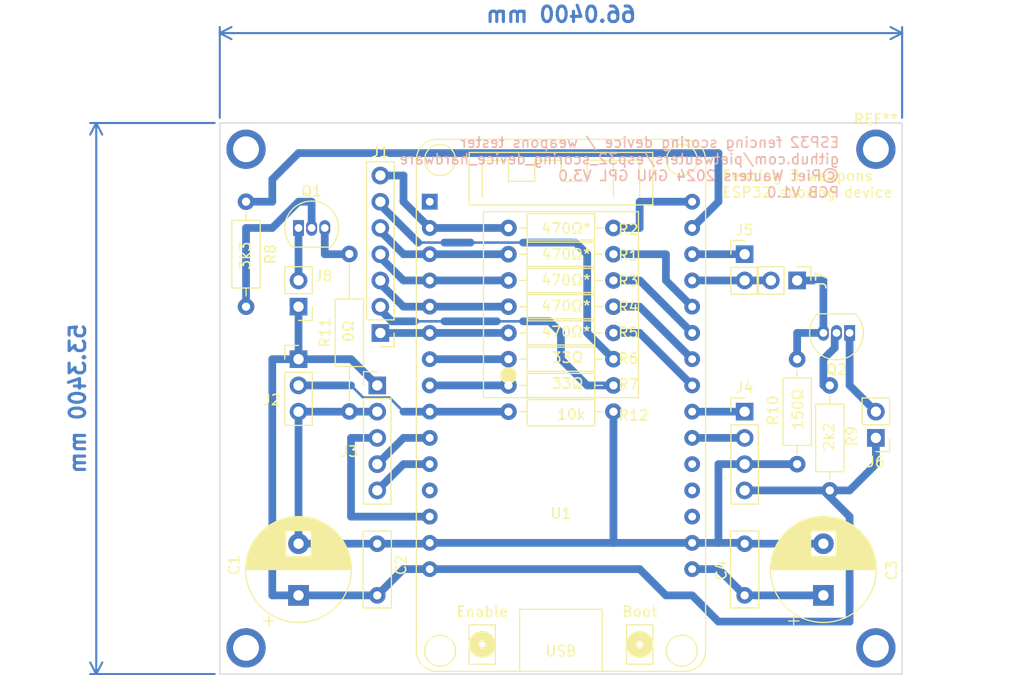
<source format=kicad_pcb>
(kicad_pcb (version 20240108) (generator "pcbnew") (generator_version "8.0")
  (layers (0 "F.Cu" signal) (31 "B.Cu" signal) (34 "B.Paste" user) (35 "F.Paste" user) (36 "B.SilkS" user "B.Silkscreen") (37 "F.SilkS" user "F.Silkscreen") (38 "B.Mask" user) (39 "F.Mask" user) (44 "Edge.Cuts" user))
  (net 0 "")
  (net 2 "Net-(R2-Pad1)")
  (net 3 "Net-(R3-Pad1)")
  (net 4 "+5V")
  (net 5 "+3.3V")
  (net 7 "Net-(J1-Pad1)")
  (net 8 "Net-(R4-Pad1)")
  (net 9 "Net-(J1-Pad2)")
  (net 10 "Net-(J1-Pad3)")
  (net 11 "Net-(J1-Pad4)")
  (net 12 "Net-(J3-Pad4)")
  (net 13 "Net-(J2-Pad2)")
  (net 14 "Net-(J1-Pad5)")
  (net 15 "Net-(J1-Pad6)")
  (net 16 "Net-(J1-Pad7)")
  (net 17 "Net-(J4-Pad1)")
  (net 18 "Net-(J4-Pad2)")
  (net 19 "Net-(J3-Pad3)")
  (net 20 "GND")
  (net 21 "Net-(J3-Pad5)")
  (net 22 "Net-(R1-Pad1)")
  (net 23 "Net-(J5-Pad1)")
  (net 24 "Net-(J6-Pad2)")
  (net 25 "Net-(Q2-Pad2)")
  (net 27 "Net-(J5-Pad2)")
  (net 28 "Net-(R6-Pad1)")
  (net 29 "Net-(R7-Pad1)")
  (net 30 "Net-(J7-Pad1)")
  (net 31 "Net-(J8-Pad2)")
  (net 32 "Net-(Q1-Pad2)")
  (net 34 "Net-(R5-Pad1)")
  (net 35 "Net-(R8-Pad1)")
  (footprint "" (layer "F.Cu") (at 81.28 129.54)
    (property "Reference" "" (at 0 0 0) (layer "F.SilkS") (effects (font (size 1.27 1.27))))
    (property "Value" "" (at 0 0 0) (layer "F.SilkS") (effects (font (size 1.27 1.27))))
    (pad "1" thru_hole circle (at 0 0) (size 3.8 3.8) (drill 2.5) (layers "*.Cu" "*.Mask"))
  )
  (footprint "Connector_PinHeader_2.54mm:PinHeader_1x04_P2.54mm_Vertical" (layer "F.Cu") (at 129.54 106.68)
    (property "Reference" "J4" (at 0 -2.33 0) (layer "F.SilkS"))
    (property "Value" "Conn_01x04")
    (pad "1" thru_hole rect (at 0 0) (size 1.7 1.7) (drill 1) (layers "*.Cu" "*.Mask") (net 17 "Net-(J4-Pad1)"))
    (pad "2" thru_hole oval (at 0 2.54) (size 1.7 1.7) (drill 1) (layers "*.Cu" "*.Mask") (net 18 "Net-(J4-Pad2)"))
    (pad "3" thru_hole oval (at 0 5.08) (size 1.7 1.7) (drill 1) (layers "*.Cu" "*.Mask") (net 20 "GND"))
    (pad "4" thru_hole oval (at 0 7.62) (size 1.7 1.7) (drill 1) (layers "*.Cu" "*.Mask") (net 4 "+5V"))
  )
  (footprint "Capacitor_THT:C_Rect_L7.2mm_W2.5mm_P5.00mm_FKS2_FKP2_MKS2_MKP2" (layer "F.Cu") (at 129.54 124.46 90)
    (property "Reference" "C4" (at 2.42 -2.26 90) (layer "F.SilkS"))
    (property "Value" "100nF")
    (pad "1" thru_hole circle (at 0 0 90) (size 1.6 1.6) (drill 0.8) (layers "*.Cu" "*.Mask") (net 5 "+3.3V"))
    (pad "2" thru_hole circle (at 5 0 90) (size 1.6 1.6) (drill 0.8) (layers "*.Cu" "*.Mask") (net 20 "GND"))
  )
  (footprint "Connector_PinHeader_2.54mm:PinHeader_1x02_P2.54mm_Vertical" (layer "F.Cu") (at 134.62 93.98 -90)
    (property "Reference" "J7" (at 0 -2.33 90) (layer "F.SilkS"))
    (property "Value" "Conn_01x02")
    (pad "1" thru_hole rect (at 0 0 270) (size 1.7 1.7) (drill 1) (layers "*.Cu" "*.Mask") (net 30 "Net-(J7-Pad1)"))
    (pad "2" thru_hole oval (at 0 2.54 270) (size 1.7 1.7) (drill 1) (layers "*.Cu" "*.Mask") (net 27 "Net-(J5-Pad2)"))
  )
  (footprint "Connector_PinHeader_2.54mm:PinHeader_1x02_P2.54mm_Vertical" (layer "F.Cu") (at 142.24 109.22 180)
    (property "Reference" "J6" (at 0 -2.33 0) (layer "F.SilkS"))
    (property "Value" "Conn_01x02")
    (pad "1" thru_hole rect (at 0 0 180) (size 1.7 1.7) (drill 1) (layers "*.Cu" "*.Mask") (net 4 "+5V"))
    (pad "2" thru_hole oval (at 0 2.54 180) (size 1.7 1.7) (drill 1) (layers "*.Cu" "*.Mask") (net 24 "Net-(J6-Pad2)"))
  )
  (footprint "ESP32_DevKit_V1_DOIT:esp32_devkit_v1_doit" (layer "F.Cu") (at 111.76 86.36)
    (property "Reference" "U1" (at 0 30.18 0) (layer "F.SilkS"))
    (property "Value" "ESP32_DevKit_V1_DOIT")
    (fp_text user "USB" (at 0 43.49 0) (layer "F.SilkS"))
    (fp_text user "Boot" (at 7.62 39.68 0) (layer "F.SilkS"))
    (fp_text user "Enable" (at -7.62 39.68 0) (layer "F.SilkS"))
    (pad "1" thru_hole rect (at -12.7 0) (size 1.524 1.524) (drill 0.762) (layers "*.Cu" "*.Mask"))
    (pad "2" thru_hole circle (at -12.7 2.54) (size 1.524 1.524) (drill 0.762) (layers "*.Cu" "*.Mask") (net 16 "Net-(J1-Pad7)"))
    (pad "3" thru_hole circle (at -12.7 5.08) (size 1.524 1.524) (drill 0.762) (layers "*.Cu" "*.Mask") (net 14 "Net-(J1-Pad5)"))
    (pad "4" thru_hole circle (at -12.7 7.62) (size 1.524 1.524) (drill 0.762) (layers "*.Cu" "*.Mask") (net 11 "Net-(J1-Pad4)"))
    (pad "5" thru_hole circle (at -12.7 10.16) (size 1.524 1.524) (drill 0.762) (layers "*.Cu" "*.Mask") (net 10 "Net-(J1-Pad3)"))
    (pad "6" thru_hole circle (at -12.7 12.7) (size 1.524 1.524) (drill 0.762) (layers "*.Cu" "*.Mask") (net 7 "Net-(J1-Pad1)"))
    (pad "7" thru_hole circle (at -12.7 15.24) (size 1.524 1.524) (drill 0.762) (layers "*.Cu" "*.Mask") (net 28 "Net-(R6-Pad1)"))
    (pad "8" thru_hole circle (at -12.7 17.78) (size 1.524 1.524) (drill 0.762) (layers "*.Cu" "*.Mask") (net 29 "Net-(R7-Pad1)"))
    (pad "9" thru_hole circle (at -12.7 20.32) (size 1.524 1.524) (drill 0.762) (layers "*.Cu" "*.Mask") (net 13 "Net-(J2-Pad2)"))
    (pad "10" thru_hole circle (at -12.7 22.86) (size 1.524 1.524) (drill 0.762) (layers "*.Cu" "*.Mask") (net 12 "Net-(J3-Pad4)"))
    (pad "11" thru_hole circle (at -12.7 25.4) (size 1.524 1.524) (drill 0.762) (layers "*.Cu" "*.Mask") (net 21 "Net-(J3-Pad5)"))
    (pad "12" thru_hole circle (at -12.7 27.94) (size 1.524 1.524) (drill 0.762) (layers "*.Cu" "*.Mask"))
    (pad "13" thru_hole circle (at -12.7 30.48) (size 1.524 1.524) (drill 0.762) (layers "*.Cu" "*.Mask") (net 19 "Net-(J3-Pad3)"))
    (pad "14" thru_hole circle (at -12.7 33.02) (size 1.524 1.524) (drill 0.762) (layers "*.Cu" "*.Mask") (net 20 "GND"))
    (pad "15" thru_hole circle (at -12.7 35.56) (size 1.524 1.524) (drill 0.762) (layers "*.Cu" "*.Mask") (net 4 "+5V"))
    (pad "16" thru_hole circle (at 12.7 35.56) (size 1.524 1.524) (drill 0.762) (layers "*.Cu" "*.Mask") (net 5 "+3.3V"))
    (pad "17" thru_hole circle (at 12.7 33.02) (size 1.524 1.524) (drill 0.762) (layers "*.Cu" "*.Mask") (net 20 "GND"))
    (pad "18" thru_hole circle (at 12.7 30.48) (size 1.524 1.524) (drill 0.762) (layers "*.Cu" "*.Mask"))
    (pad "19" thru_hole circle (at 12.7 27.94) (size 1.524 1.524) (drill 0.762) (layers "*.Cu" "*.Mask"))
    (pad "20" thru_hole circle (at 12.7 25.4) (size 1.524 1.524) (drill 0.762) (layers "*.Cu" "*.Mask"))
    (pad "21" thru_hole circle (at 12.7 22.86) (size 1.524 1.524) (drill 0.762) (layers "*.Cu" "*.Mask") (net 18 "Net-(J4-Pad2)"))
    (pad "22" thru_hole circle (at 12.7 20.32) (size 1.524 1.524) (drill 0.762) (layers "*.Cu" "*.Mask") (net 17 "Net-(J4-Pad1)"))
    (pad "23" thru_hole circle (at 12.7 17.78) (size 1.524 1.524) (drill 0.762) (layers "*.Cu" "*.Mask") (net 34 "Net-(R5-Pad1)"))
    (pad "24" thru_hole circle (at 12.7 15.24) (size 1.524 1.524) (drill 0.762) (layers "*.Cu" "*.Mask") (net 8 "Net-(R4-Pad1)"))
    (pad "25" thru_hole circle (at 12.7 12.7) (size 1.524 1.524) (drill 0.762) (layers "*.Cu" "*.Mask") (net 3 "Net-(R3-Pad1)"))
    (pad "26" thru_hole circle (at 12.7 10.16) (size 1.524 1.524) (drill 0.762) (layers "*.Cu" "*.Mask") (net 22 "Net-(R1-Pad1)"))
    (pad "27" thru_hole circle (at 12.7 7.62) (size 1.524 1.524) (drill 0.762) (layers "*.Cu" "*.Mask") (net 27 "Net-(J5-Pad2)"))
    (pad "28" thru_hole circle (at 12.7 5.08) (size 1.524 1.524) (drill 0.762) (layers "*.Cu" "*.Mask") (net 23 "Net-(J5-Pad1)"))
    (pad "29" thru_hole circle (at 12.7 2.54) (size 1.524 1.524) (drill 0.762) (layers "*.Cu" "*.Mask") (net 35 "Net-(R8-Pad1)"))
    (pad "30" thru_hole circle (at 12.7 0) (size 1.524 1.524) (drill 0.762) (layers "*.Cu" "*.Mask") (net 2 "Net-(R2-Pad1)"))
  )
  (footprint "Resistor_THT:R_Axial_DIN0207_L6.3mm_D2.5mm_P10.16mm_Horizontal" (layer "F.Cu") (at 116.84 88.9 180)
    (property "Reference" "R2" (at -1.44 -0.14 0) (layer "F.SilkS"))
    (property "Value" "470R")
    (pad "1" thru_hole circle (at 0 0 180) (size 1.6 1.6) (drill 0.8) (layers "*.Cu" "*.Mask") (net 2 "Net-(R2-Pad1)"))
    (pad "2" thru_hole oval (at 10.16 0 180) (size 1.6 1.6) (drill 0.8) (layers "*.Cu" "*.Mask") (net 16 "Net-(J1-Pad7)"))
  )
  (footprint "Capacitor_THT:C_Rect_L7.2mm_W2.5mm_P5.00mm_FKS2_FKP2_MKS2_MKP2" (layer "F.Cu") (at 93.98 124.46 90)
    (property "Reference" "C2" (at 2.92 2.3 90) (layer "F.SilkS"))
    (property "Value" "100nF")
    (pad "1" thru_hole circle (at 0 0 90) (size 1.6 1.6) (drill 0.8) (layers "*.Cu" "*.Mask") (net 4 "+5V"))
    (pad "2" thru_hole circle (at 5 0 90) (size 1.6 1.6) (drill 0.8) (layers "*.Cu" "*.Mask") (net 20 "GND"))
  )
  (footprint "Capacitor_THT:CP_Radial_D10.0mm_P5.00mm" (layer "F.Cu") (at 86.36 124.46 90)
    (property "Reference" "C1" (at 2.92 -6.25 90) (layer "F.SilkS"))
    (property "Value" "470uF")
    (pad "1" thru_hole rect (at 0 0 90) (size 2 2) (drill 1) (layers "*.Cu" "*.Mask") (net 4 "+5V"))
    (pad "2" thru_hole circle (at 5 0 90) (size 2 2) (drill 1) (layers "*.Cu" "*.Mask") (net 20 "GND"))
  )
  (footprint "Resistor_THT:R_Axial_DIN0207_L6.3mm_D2.5mm_P10.16mm_Horizontal" (layer "F.Cu") (at 116.84 96.52 180)
    (property "Reference" "R4" (at -1.44 -0.02 0) (layer "F.SilkS"))
    (property "Value" "470R")
    (pad "1" thru_hole circle (at 0 0 180) (size 1.6 1.6) (drill 0.8) (layers "*.Cu" "*.Mask") (net 8 "Net-(R4-Pad1)"))
    (pad "2" thru_hole oval (at 10.16 0 180) (size 1.6 1.6) (drill 0.8) (layers "*.Cu" "*.Mask") (net 10 "Net-(J1-Pad3)"))
  )
  (footprint "Package_TO_SOT_THT:TO-92_Inline" (layer "F.Cu") (at 86.36 88.9)
    (property "Reference" "Q1" (at 1.27 -3.56 0) (layer "F.SilkS"))
    (property "Value" "BC337")
    (pad "1" thru_hole rect (at 0 0) (size 1.05 1.5) (drill 0.75) (layers "*.Cu" "*.Mask") (net 31 "Net-(J8-Pad2)"))
    (pad "2" thru_hole oval (at 1.27 0) (size 1.05 1.5) (drill 0.75) (layers "*.Cu" "*.Mask") (net 32 "Net-(Q1-Pad2)"))
    (pad "3" thru_hole oval (at 2.54 0) (size 1.05 1.5) (drill 0.75) (layers "*.Cu" "*.Mask") (net 20 "GND"))
  )
  (footprint "" (layer "F.Cu") (at 81.28 81.28)
    (property "Reference" "" (at 0 0 0) (layer "F.SilkS") (effects (font (size 1.27 1.27))))
    (property "Value" "" (at 0 0 0) (layer "F.SilkS") (effects (font (size 1.27 1.27))))
    (pad "1" thru_hole circle (at 0 0) (size 3.8 3.8) (drill 2.5) (layers "*.Cu" "*.Mask"))
  )
  (footprint "Connector_PinHeader_2.54mm:PinHeader_1x07_P2.54mm_Vertical" (layer "F.Cu") (at 94.28 99.065 180)
    (property "Reference" "J1" (at 0 17.525 0) (layer "F.SilkS"))
    (property "Value" "Conn_01x07")
    (pad "1" thru_hole rect (at 0 0 180) (size 1.7 1.7) (drill 1) (layers "*.Cu" "*.Mask") (net 7 "Net-(J1-Pad1)"))
    (pad "2" thru_hole oval (at 0 2.54 180) (size 1.7 1.7) (drill 1) (layers "*.Cu" "*.Mask") (net 9 "Net-(J1-Pad2)"))
    (pad "3" thru_hole oval (at 0 5.08 180) (size 1.7 1.7) (drill 1) (layers "*.Cu" "*.Mask") (net 10 "Net-(J1-Pad3)"))
    (pad "4" thru_hole oval (at 0 7.62 180) (size 1.7 1.7) (drill 1) (layers "*.Cu" "*.Mask") (net 11 "Net-(J1-Pad4)"))
    (pad "5" thru_hole oval (at 0 10.16 180) (size 1.7 1.7) (drill 1) (layers "*.Cu" "*.Mask") (net 14 "Net-(J1-Pad5)"))
    (pad "6" thru_hole oval (at 0 12.7 180) (size 1.7 1.7) (drill 1) (layers "*.Cu" "*.Mask") (net 15 "Net-(J1-Pad6)"))
    (pad "7" thru_hole oval (at 0 15.24 180) (size 1.7 1.7) (drill 1) (layers "*.Cu" "*.Mask") (net 16 "Net-(J1-Pad7)"))
  )
  (footprint "Connector_PinHeader_2.54mm:PinHeader_1x05_P2.54mm_Vertical" (layer "F.Cu") (at 93.98 104.14)
    (property "Reference" "J3" (at -2.7 6.4 0) (layer "F.SilkS"))
    (property "Value" "Conn_01x05")
    (pad "1" thru_hole rect (at 0 0) (size 1.7 1.7) (drill 1) (layers "*.Cu" "*.Mask") (net 4 "+5V"))
    (pad "2" thru_hole oval (at 0 2.54) (size 1.7 1.7) (drill 1) (layers "*.Cu" "*.Mask") (net 20 "GND"))
    (pad "3" thru_hole oval (at 0 5.08) (size 1.7 1.7) (drill 1) (layers "*.Cu" "*.Mask") (net 19 "Net-(J3-Pad3)"))
    (pad "4" thru_hole oval (at 0 7.62) (size 1.7 1.7) (drill 1) (layers "*.Cu" "*.Mask") (net 12 "Net-(J3-Pad4)"))
    (pad "5" thru_hole oval (at 0 10.16) (size 1.7 1.7) (drill 1) (layers "*.Cu" "*.Mask") (net 21 "Net-(J3-Pad5)"))
  )
  (footprint "Resistor_THT:R_Axial_DIN0207_L6.3mm_D2.5mm_P10.16mm_Horizontal" (layer "F.Cu") (at 116.84 93.98 180)
    (property "Reference" "R3" (at -1.44 -0.06 0) (layer "F.SilkS"))
    (property "Value" "470R")
    (pad "1" thru_hole circle (at 0 0 180) (size 1.6 1.6) (drill 0.8) (layers "*.Cu" "*.Mask") (net 3 "Net-(R3-Pad1)"))
    (pad "2" thru_hole oval (at 10.16 0 180) (size 1.6 1.6) (drill 0.8) (layers "*.Cu" "*.Mask") (net 11 "Net-(J1-Pad4)"))
  )
  (footprint "MountingHole:MountingHole_2.2mm_M2_DIN965_Pad" (layer "F.Cu") (at 142.24 81.28)
    (property "Reference" "REF**" (at 0 -2.9 0) (layer "F.SilkS"))
    (property "Value" "MountingHole_2.2mm_M2_DIN965_Pad")
    (pad "1" thru_hole circle (at 0 0) (size 3.8 3.8) (drill 2.5) (layers "*.Cu" "*.Mask"))
  )
  (footprint "Package_TO_SOT_THT:TO-92_Inline" (layer "F.Cu") (at 139.7 99.06 180)
    (property "Reference" "Q2" (at 1.27 -3.56 0) (layer "F.SilkS"))
    (property "Value" "BC337")
    (pad "1" thru_hole rect (at 0 0 180) (size 1.05 1.5) (drill 0.75) (layers "*.Cu" "*.Mask") (net 24 "Net-(J6-Pad2)"))
    (pad "2" thru_hole oval (at 1.27 0 180) (size 1.05 1.5) (drill 0.75) (layers "*.Cu" "*.Mask") (net 25 "Net-(Q2-Pad2)"))
    (pad "3" thru_hole oval (at 2.54 0 180) (size 1.05 1.5) (drill 0.75) (layers "*.Cu" "*.Mask") (net 30 "Net-(J7-Pad1)"))
  )
  (footprint "Resistor_THT:R_Axial_DIN0207_L6.3mm_D2.5mm_P10.16mm_Horizontal" (layer "F.Cu") (at 134.62 101.6 -90)
    (property "Reference" "R10" (at 4.94 2.34 90) (layer "F.SilkS"))
    (property "Value" "150")
    (pad "1" thru_hole circle (at 0 0 270) (size 1.6 1.6) (drill 0.8) (layers "*.Cu" "*.Mask") (net 30 "Net-(J7-Pad1)"))
    (pad "2" thru_hole oval (at 10.16 0 270) (size 1.6 1.6) (drill 0.8) (layers "*.Cu" "*.Mask") (net 20 "GND"))
  )
  (footprint "Connector_PinHeader_2.54mm:PinHeader_1x03_P2.54mm_Vertical" (layer "F.Cu") (at 86.36 101.6)
    (property "Reference" "J2" (at -2.58 3.94 0) (layer "F.SilkS"))
    (property "Value" "Conn_01x03")
    (pad "1" thru_hole rect (at 0 0) (size 1.7 1.7) (drill 1) (layers "*.Cu" "*.Mask") (net 4 "+5V"))
    (pad "2" thru_hole oval (at 0 2.54) (size 1.7 1.7) (drill 1) (layers "*.Cu" "*.Mask") (net 13 "Net-(J2-Pad2)"))
    (pad "3" thru_hole oval (at 0 5.08) (size 1.7 1.7) (drill 1) (layers "*.Cu" "*.Mask") (net 20 "GND"))
  )
  (footprint "Connector_PinHeader_2.54mm:PinHeader_1x02_P2.54mm_Vertical" (layer "F.Cu") (at 86.36 96.52 180)
    (property "Reference" "J8" (at -2.42 2.98 0) (layer "F.SilkS"))
    (property "Value" "Conn_01x02")
    (pad "1" thru_hole rect (at 0 0 180) (size 1.7 1.7) (drill 1) (layers "*.Cu" "*.Mask") (net 4 "+5V"))
    (pad "2" thru_hole oval (at 0 2.54 180) (size 1.7 1.7) (drill 1) (layers "*.Cu" "*.Mask") (net 31 "Net-(J8-Pad2)"))
  )
  (footprint "Resistor_THT:R_Axial_DIN0207_L6.3mm_D2.5mm_P10.16mm_Horizontal" (layer "F.Cu") (at 116.84 91.44 180)
    (property "Reference" "R1" (at -1.44 -0.1 0) (layer "F.SilkS"))
    (property "Value" "470R")
    (pad "1" thru_hole circle (at 0 0 180) (size 1.6 1.6) (drill 0.8) (layers "*.Cu" "*.Mask") (net 22 "Net-(R1-Pad1)"))
    (pad "2" thru_hole oval (at 10.16 0 180) (size 1.6 1.6) (drill 0.8) (layers "*.Cu" "*.Mask") (net 14 "Net-(J1-Pad5)"))
  )
  (footprint "Connector_PinHeader_2.54mm:PinHeader_1x02_P2.54mm_Vertical" (layer "F.Cu") (at 129.54 91.44)
    (property "Reference" "J5" (at 0 -2.33 0) (layer "F.SilkS"))
    (property "Value" "Conn_01x02")
    (pad "1" thru_hole rect (at 0 0) (size 1.7 1.7) (drill 1) (layers "*.Cu" "*.Mask") (net 23 "Net-(J5-Pad1)"))
    (pad "2" thru_hole oval (at 0 2.54) (size 1.7 1.7) (drill 1) (layers "*.Cu" "*.Mask") (net 27 "Net-(J5-Pad2)"))
  )
  (footprint "Resistor_THT:R_Axial_DIN0207_L6.3mm_D2.5mm_P10.16mm_Horizontal" (layer "F.Cu") (at 116.84 99.06 180)
    (property "Reference" "R5" (at -1.44 0.02 0) (layer "F.SilkS"))
    (property "Value" "470R")
    (pad "1" thru_hole circle (at 0 0 180) (size 1.6 1.6) (drill 0.8) (layers "*.Cu" "*.Mask") (net 34 "Net-(R5-Pad1)"))
    (pad "2" thru_hole oval (at 10.16 0 180) (size 1.6 1.6) (drill 0.8) (layers "*.Cu" "*.Mask") (net 7 "Net-(J1-Pad1)"))
  )
  (footprint "Resistor_THT:R_Axial_DIN0207_L6.3mm_D2.5mm_P15.24mm_Horizontal" (layer "F.Cu") (at 91.28 106.66 90)
    (property "Reference" "R11" (at 7.62 -2.37 90) (layer "F.SilkS"))
    (property "Value" "0")
    (pad "1" thru_hole circle (at 0 0 90) (size 1.6 1.6) (drill 0.8) (layers "*.Cu" "*.Mask") (net 20 "GND"))
    (pad "2" thru_hole oval (at 15.24 0 90) (size 1.6 1.6) (drill 0.8) (layers "*.Cu" "*.Mask") (net 20 "GND"))
  )
  (footprint "Resistor_THT:R_Axial_DIN0207_L6.3mm_D2.5mm_P10.16mm_Horizontal" (layer "F.Cu") (at 116.84 106.68 180)
    (property "Reference" "R12" (at -1.94 -0.36 0) (layer "F.SilkS"))
    (property "Value" "10k")
    (pad "1" thru_hole circle (at 0 0 180) (size 1.6 1.6) (drill 0.8) (layers "*.Cu" "*.Mask") (net 20 "GND"))
    (pad "2" thru_hole oval (at 10.16 0 180) (size 1.6 1.6) (drill 0.8) (layers "*.Cu" "*.Mask") (net 13 "Net-(J2-Pad2)"))
  )
  (footprint "Resistor_THT:R_Axial_DIN0207_L6.3mm_D2.5mm_P10.16mm_Horizontal" (layer "F.Cu") (at 106.68 104.14)
    (property "Reference" "R7" (at 11.6 -0.1 0) (layer "F.SilkS"))
    (property "Value" "33R")
    (pad "1" thru_hole circle (at 0 0) (size 1.6 1.6) (drill 0.8) (layers "*.Cu" "*.Mask") (net 29 "Net-(R7-Pad1)"))
    (pad "2" thru_hole oval (at 10.16 0) (size 1.6 1.6) (drill 0.8) (layers "*.Cu" "*.Mask") (net 9 "Net-(J1-Pad2)"))
  )
  (footprint "Resistor_THT:R_Axial_DIN0207_L6.3mm_D2.5mm_P10.16mm_Horizontal" (layer "F.Cu") (at 137.78 114.3 90)
    (property "Reference" "R9" (at 5.26 2.12 90) (layer "F.SilkS"))
    (property "Value" "2k2")
    (pad "1" thru_hole circle (at 0 0 90) (size 1.6 1.6) (drill 0.8) (layers "*.Cu" "*.Mask") (net 4 "+5V"))
    (pad "2" thru_hole oval (at 10.16 0 90) (size 1.6 1.6) (drill 0.8) (layers "*.Cu" "*.Mask") (net 25 "Net-(Q2-Pad2)"))
  )
  (footprint "Resistor_THT:R_Axial_DIN0207_L6.3mm_D2.5mm_P10.16mm_Horizontal" (layer "F.Cu") (at 81.28 86.36 -90)
    (property "Reference" "R8" (at 5.08 -2.37 90) (layer "F.SilkS"))
    (property "Value" "3K3")
    (pad "1" thru_hole circle (at 0 0 270) (size 1.6 1.6) (drill 0.8) (layers "*.Cu" "*.Mask") (net 35 "Net-(R8-Pad1)"))
    (pad "2" thru_hole oval (at 10.16 0 270) (size 1.6 1.6) (drill 0.8) (layers "*.Cu" "*.Mask") (net 32 "Net-(Q1-Pad2)"))
  )
  (footprint "Capacitor_THT:CP_Radial_D10.0mm_P5.00mm" (layer "F.Cu") (at 137.16 124.46 90)
    (property "Reference" "C3" (at 2.42 6.62 90) (layer "F.SilkS"))
    (property "Value" "470uF")
    (pad "1" thru_hole rect (at 0 0 90) (size 2 2) (drill 1) (layers "*.Cu" "*.Mask") (net 5 "+3.3V"))
    (pad "2" thru_hole circle (at 5 0 90) (size 2 2) (drill 1) (layers "*.Cu" "*.Mask") (net 20 "GND"))
  )
  (footprint "" (layer "F.Cu") (at 142.24 129.54)
    (property "Reference" "" (at 0 0 0) (layer "F.SilkS") (effects (font (size 1.27 1.27))))
    (property "Value" "" (at 0 0 0) (layer "F.SilkS") (effects (font (size 1.27 1.27))))
    (pad "1" thru_hole circle (at 0 0) (size 3.8 3.8) (drill 2.5) (layers "*.Cu" "*.Mask"))
  )
  (footprint "Resistor_THT:R_Axial_DIN0207_L6.3mm_D2.5mm_P10.16mm_Horizontal" (layer "F.Cu") (at 106.68 101.6)
    (property "Reference" "R6" (at 11.6 -0.06 0) (layer "F.SilkS"))
    (property "Value" "33R")
    (pad "1" thru_hole circle (at 0 0) (size 1.6 1.6) (drill 0.8) (layers "*.Cu" "*.Mask") (net 28 "Net-(R6-Pad1)"))
    (pad "2" thru_hole oval (at 10.16 0) (size 1.6 1.6) (drill 0.8) (layers "*.Cu" "*.Mask") (net 15 "Net-(J1-Pad6)"))
  )
  (gr_poly (pts (xy 144.78 132.08) (xy 78.74 132.08) (xy 78.74 78.74) (xy 144.78 78.74)) (stroke (width 0.1)) (fill none) (layer "Edge.Cuts"))
  (gr_text "ESP32 fencing scoring device / weapons tester\ngithub.com/pietwauters/esp32_scoring_device_hardware\n©Piet Wauters 2024 GNU GPL V3.0\nPCB V1.0" (at 138.78 86.04 -0) (layer "B.SilkS") (effects (font (size 1 1)) (justify left bottom mirror)))
  (gr_text "33Ω" (at 110.78 102.04 0) (layer "F.SilkS") (effects (font (size 1 1)) (justify left bottom)))
  (gr_text "33Ω" (at 110.78 104.54 0) (layer "F.SilkS") (effects (font (size 1 1)) (justify left bottom)))
  (gr_text "470Ω*" (at 109.78 92.04 0) (layer "F.SilkS") (effects (font (size 1 1)) (justify left bottom)))
  (gr_text "3k3" (at 81.78 93.04 90) (layer "F.SilkS") (effects (font (size 1 1)) (justify left bottom)))
  (gr_text "0Ω" (at 91.78 100.04 90) (layer "F.SilkS") (effects (font (size 1 1)) (justify left bottom)))
  (gr_text "Fencing 3 weapons\nESP32 scoring device\n" (at 127.28 86.04 0) (layer "F.SilkS") (effects (font (size 1 1)) (justify left bottom)))
  (gr_text "470Ω*" (at 109.78 94.54 0) (layer "F.SilkS") (effects (font (size 1 1)) (justify left bottom)))
  (gr_text "470Ω*" (at 109.78 89.54 0) (layer "F.SilkS") (effects (font (size 1 1)) (justify left bottom)))
  (gr_text "10k" (at 111.28 107.54 0) (layer "F.SilkS") (effects (font (size 1 1)) (justify left bottom)))
  (gr_text "470Ω*" (at 109.78 97.04 0) (layer "F.SilkS") (effects (font (size 1 1)) (justify left bottom)))
  (gr_text "150Ω" (at 135.28 108.54 90) (layer "F.SilkS") (effects (font (size 1 1)) (justify left bottom)))
  (gr_text "470Ω*" (at 109.78 99.54 0) (layer "F.SilkS") (effects (font (size 1 1)) (justify left bottom)))
  (gr_text "2k2" (at 138.28 110.54 90) (layer "F.SilkS") (effects (font (size 1 1)) (justify left bottom)))
  (dimension (type aligned) (layer "B.Cu") (pts (xy 78.74 78.74) (xy 78.74 132.08)) (height 11.96) (gr_text "53,3400 mm" (at 64.98 105.41 90) (layer "B.Cu") (effects (font (size 1.5 1.5) (thickness 0.3)) (justify mirror))) (format (prefix "") (suffix "") (units 3) (units_format 1) (precision 4)) (style (thickness 0.2) (arrow_length 1.27) (text_position_mode 0) (extension_height 0.58642) (extension_offset 0.5) keep_text_aligned))
  (dimension (type aligned) (layer "B.Cu") (pts (xy 144.78 78.74) (xy 78.74 78.74)) (height 8.7) (gr_text "66,0400 mm" (at 111.76 68.24 0) (layer "B.Cu") (effects (font (size 1.5 1.5) (thickness 0.3)) (justify mirror))) (format (prefix "") (suffix "") (units 3) (units_format 1) (precision 4)) (style (thickness 0.2) (arrow_length 1.27) (text_position_mode 0) (extension_height 0.58642) (extension_offset 0.5) keep_text_aligned))
  (segment (start 116.84 88.9) (end 119.38 88.9) (width 0.75) (layer "B.Cu") (net 2))
  (segment (start 119.38 86.36) (end 124.46 86.36) (width 0.75) (layer "B.Cu") (net 2))
  (segment (start 119.38 88.9) (end 119.38 86.36) (width 0.75) (layer "B.Cu") (net 2))
  (segment (start 116.84 93.98) (end 119.38 93.98) (width 0.75) (layer "B.Cu") (net 3))
  (segment (start 119.38 93.98) (end 124.46 99.06) (width 0.75) (layer "B.Cu") (net 3))
  (segment (start 83.82 101.6) (end 86.36 101.6) (width 0.75) (layer "B.Cu") (net 4))
  (segment (start 142.24 109.22) (end 142.24 111.76) (width 0.75) (layer "B.Cu") (net 4))
  (segment (start 91.44 101.6) (end 86.36 101.6) (width 0.75) (layer "B.Cu") (net 4))
  (segment (start 137.16 114.3) (end 129.54 114.3) (width 0.75) (layer "B.Cu") (net 4))
  (segment (start 86.36 124.46) (end 83.82 124.46) (width 0.75) (layer "B.Cu") (net 4))
  (segment (start 121.92 124.46) (end 124.46 124.46) (width 0.75) (layer "B.Cu") (net 4))
  (segment (start 86.36 124.46) (end 93.98 124.46) (width 0.75) (layer "B.Cu") (net 4))
  (segment (start 124.46 124.46) (end 127 127) (width 0.75) (layer "B.Cu") (net 4))
  (segment (start 86.36 101.6) (end 86.36 96.52) (width 0.75) (layer "B.Cu") (net 4))
  (segment (start 139.7 114.3) (end 137.16 114.3) (width 0.75) (layer "B.Cu") (net 4))
  (segment (start 119.38 121.92) (end 121.92 124.46) (width 0.75) (layer "B.Cu") (net 4))
  (segment (start 139.7 127) (end 139.7 116.84) (width 0.75) (layer "B.Cu") (net 4))
  (segment (start 99.06 121.92) (end 119.38 121.92) (width 0.75) (layer "B.Cu") (net 4))
  (segment (start 127 127) (end 139.7 127) (width 0.75) (layer "B.Cu") (net 4))
  (segment (start 93.98 104.14) (end 91.44 101.6) (width 0.75) (layer "B.Cu") (net 4))
  (segment (start 142.24 111.76) (end 139.7 114.3) (width 0.75) (layer "B.Cu") (net 4))
  (segment (start 93.98 124.46) (end 96.52 121.92) (width 0.75) (layer "B.Cu") (net 4))
  (segment (start 83.82 124.46) (end 83.82 101.6) (width 0.75) (layer "B.Cu") (net 4))
  (segment (start 139.7 116.84) (end 137.16 114.3) (width 0.75) (layer "B.Cu") (net 4))
  (segment (start 96.52 121.92) (end 99.06 121.92) (width 0.75) (layer "B.Cu") (net 4))
  (segment (start 129.54 124.46) (end 137.16 124.46) (width 0.75) (layer "B.Cu") (net 5))
  (segment (start 124.46 121.92) (end 127 121.92) (width 0.75) (layer "B.Cu") (net 5))
  (segment (start 127 121.92) (end 129.54 124.46) (width 0.75) (layer "B.Cu") (net 5))
  (segment (start 99.06 99.06) (end 106.68 99.06) (width 0.75) (layer "B.Cu") (net 7))
  (segment (start 93.98 99.065) (end 99.055 99.065) (width 0.75) (layer "B.Cu") (net 7))
  (segment (start 99.055 99.065) (end 99.06 99.06) (width 0.75) (layer "B.Cu") (net 7))
  (segment (start 119.38 96.52) (end 124.46 101.6) (width 0.75) (layer "B.Cu") (net 8))
  (segment (start 116.84 96.52) (end 119.38 96.52) (width 0.75) (layer "B.Cu") (net 8))
  (segment (start 105.555 97.935) (end 100.475 97.935) (width 0.75) (layer "B.Cu") (net 9))
  (segment (start 105.555 97.935) (end 108.095 97.935) (width 0.25) (layer "B.Cu") (net 9))
  (segment (start 111.76 99.06) (end 110.635 97.935) (width 0.75) (layer "B.Cu") (net 9))
  (segment (start 108.095 97.935) (end 110.635 97.935) (width 0.75) (layer "B.Cu") (net 9))
  (segment (start 114.3 104.14) (end 111.76 101.6) (width 0.75) (layer "B.Cu") (net 9))
  (segment (start 95.39 97.935) (end 93.98 96.525) (width 0.75) (layer "B.Cu") (net 9))
  (segment (start 97.645 97.935) (end 100.475 97.935) (width 0.25) (layer "B.Cu") (net 9))
  (segment (start 97.645 97.935) (end 95.39 97.935) (width 0.75) (layer "B.Cu") (net 9))
  (segment (start 116.84 104.14) (end 114.3 104.14) (width 0.75) (layer "B.Cu") (net 9))
  (segment (start 111.76 99.06) (end 111.76 101.6) (width 0.75) (layer "B.Cu") (net 9))
  (segment (start 99.06 96.52) (end 106.68 96.52) (width 0.75) (layer "B.Cu") (net 10))
  (segment (start 93.98 93.985) (end 96.515 96.52) (width 0.75) (layer "B.Cu") (net 10))
  (segment (start 96.515 96.52) (end 99.06 96.52) (width 0.75) (layer "B.Cu") (net 10))
  (segment (start 96.52 93.98) (end 96.515 93.98) (width 0.25) (layer "B.Cu") (net 11))
  (segment (start 99.06 93.98) (end 106.68 93.98) (width 0.75) (layer "B.Cu") (net 11))
  (segment (start 96.52 93.98) (end 99.06 93.98) (width 0.75) (layer "B.Cu") (net 11))
  (segment (start 93.98 91.445) (end 96.515 93.98) (width 0.75) (layer "B.Cu") (net 11))
  (segment (start 99.06 109.22) (end 96.52 109.22) (width 0.75) (layer "B.Cu") (net 12))
  (segment (start 96.52 109.22) (end 93.98 111.76) (width 0.75) (layer "B.Cu") (net 12))
  (segment (start 99.06 106.68) (end 106.68 106.68) (width 0.75) (layer "B.Cu") (net 13))
  (segment (start 99.06 106.68) (end 96.52 106.68) (width 0.75) (layer "B.Cu") (net 13))
  (segment (start 92.615 105.315) (end 95.155 105.315) (width 0.25) (layer "B.Cu") (net 13))
  (segment (start 95.155 105.315) (end 96.52 106.68) (width 0.25) (layer "B.Cu") (net 13))
  (segment (start 91.44 104.14) (end 92.615 105.315) (width 0.25) (layer "B.Cu") (net 13))
  (segment (start 86.36 104.14) (end 91.44 104.14) (width 0.75) (layer "B.Cu") (net 13))
  (segment (start 96.52 91.44) (end 99.06 91.44) (width 0.75) (layer "B.Cu") (net 14))
  (segment (start 93.98 88.9) (end 93.98 88.905) (width 0.75) (layer "B.Cu") (net 14))
  (segment (start 96.52 91.44) (end 93.98 88.9) (width 0.75) (layer "B.Cu") (net 14))
  (segment (start 96.515 91.44) (end 96.52 91.44) (width 0.75) (layer "B.Cu") (net 14))
  (segment (start 99.06 91.44) (end 106.68 91.44) (width 0.75) (layer "B.Cu") (net 14))
  (segment (start 99.06 91.44) (end 96.515 91.44) (width 0.25) (layer "B.Cu") (net 14))
  (segment (start 116.84 101.6) (end 114.3 99.06) (width 0.75) (layer "B.Cu") (net 15))
  (segment (start 103.015 90.315) (end 108.095 90.315) (width 0.25) (layer "B.Cu") (net 15))
  (segment (start 97.93 90.315) (end 97.935 90.315) (width 0.75) (layer "B.Cu") (net 15))
  (segment (start 100.475 90.315) (end 103.015 90.315) (width 0.75) (layer "B.Cu") (net 15))
  (segment (start 93.98 86.365) (end 97.93 90.315) (width 0.75) (layer "B.Cu") (net 15))
  (segment (start 108.095 90.315) (end 112.885 90.315) (width 0.75) (layer "B.Cu") (net 15))
  (segment (start 114.3 99.06) (end 114.3 91.44) (width 0.75) (layer "B.Cu") (net 15))
  (segment (start 97.935 90.315) (end 100.475 90.315) (width 0.25) (layer "B.Cu") (net 15))
  (segment (start 112.885 90.315) (end 113.175 90.315) (width 0.25) (layer "B.Cu") (net 15))
  (segment (start 114.3 91.44) (end 113.175 90.315) (width 0.75) (layer "B.Cu") (net 15))
  (segment (start 99.06 88.9) (end 106.68 88.9) (width 0.75) (layer "B.Cu") (net 16))
  (segment (start 96.52 83.82) (end 93.98 83.82) (width 0.25) (layer "B.Cu") (net 16))
  (segment (start 96.515 83.825) (end 96.52 83.82) (width 0.75) (layer "B.Cu") (net 16))
  (segment (start 93.98 83.82) (end 93.98 83.825) (width 0.25) (layer "B.Cu") (net 16))
  (segment (start 96.52 86.36) (end 99.06 88.9) (width 0.75) (layer "B.Cu") (net 16))
  (segment (start 96.52 83.82) (end 96.52 86.36) (width 0.75) (layer "B.Cu") (net 16))
  (segment (start 93.98 83.825) (end 96.515 83.825) (width 0.75) (layer "B.Cu") (net 16))
  (segment (start 124.46 106.68) (end 129.54 106.68) (width 0.75) (layer "B.Cu") (net 17))
  (segment (start 124.46 109.22) (end 129.54 109.22) (width 0.75) (layer "B.Cu") (net 18))
  (segment (start 91.44 116.84) (end 99.06 116.84) (width 0.75) (layer "B.Cu") (net 19))
  (segment (start 93.98 109.22) (end 91.44 109.22) (width 0.75) (layer "B.Cu") (net 19))
  (segment (start 91.44 109.22) (end 91.44 116.84) (width 0.75) (layer "B.Cu") (net 19))
  (segment (start 129.46 119.38) (end 129.54 119.46) (width 0.75) (layer "B.Cu") (net 20))
  (segment (start 116.84 119.38) (end 124.46 119.38) (width 0.75) (layer "B.Cu") (net 20))
  (segment (start 129.54 119.46) (end 137.16 119.46) (width 0.75) (layer "B.Cu") (net 20))
  (segment (start 91.44 106.68) (end 88.9 106.68) (width 0.25) (layer "B.Cu") (net 20))
  (segment (start 88.9 106.68) (end 93.98 106.68) (width 0.75) (layer "B.Cu") (net 20))
  (segment (start 86.36 106.68) (end 88.9 106.68) (width 0.75) (layer "B.Cu") (net 20))
  (segment (start 129.54 111.76) (end 134.62 111.76) (width 0.75) (layer "B.Cu") (net 20))
  (segment (start 124.46 119.38) (end 127 119.38) (width 0.75) (layer "B.Cu") (net 20))
  (segment (start 86.36 119.46) (end 93.98 119.46) (width 0.75) (layer "B.Cu") (net 20))
  (segment (start 88.9 88.9) (end 88.9 91.44) (width 0.75) (layer "B.Cu") (net 20))
  (segment (start 99.06 119.38) (end 116.84 119.38) (width 0.75) (layer "B.Cu") (net 20))
  (segment (start 86.36 119.46) (end 86.36 106.68) (width 0.75) (layer "B.Cu") (net 20))
  (segment (start 98.98 119.46) (end 99.06 119.38) (width 0.75) (layer "B.Cu") (net 20))
  (segment (start 88.9 91.44) (end 91.44 91.44) (width 0.75) (layer "B.Cu") (net 20))
  (segment (start 127 119.38) (end 129.46 119.38) (width 0.75) (layer "B.Cu") (net 20))
  (segment (start 116.84 119.38) (end 116.84 106.68) (width 0.75) (layer "B.Cu") (net 20))
  (segment (start 93.98 119.46) (end 98.98 119.46) (width 0.75) (layer "B.Cu") (net 20))
  (segment (start 127 111.76) (end 127 119.38) (width 0.75) (layer "B.Cu") (net 20))
  (segment (start 129.54 111.76) (end 127 111.76) (width 0.75) (layer "B.Cu") (net 20))
  (segment (start 93.98 114.3) (end 96.52 111.76) (width 0.75) (layer "B.Cu") (net 21))
  (segment (start 99.06 111.76) (end 96.52 111.76) (width 0.75) (layer "B.Cu") (net 21))
  (segment (start 121.92 93.98) (end 121.92 91.44) (width 0.75) (layer "B.Cu") (net 22))
  (segment (start 121.92 93.98) (end 124.46 96.52) (width 0.75) (layer "B.Cu") (net 22))
  (segment (start 116.84 91.44) (end 121.92 91.44) (width 0.75) (layer "B.Cu") (net 22))
  (segment (start 124.46 91.44) (end 129.54 91.44) (width 0.75) (layer "B.Cu") (net 23))
  (segment (start 139.7 99.06) (end 139.7 104.14) (width 0.75) (layer "B.Cu") (net 24))
  (segment (start 139.7 104.14) (end 142.24 106.68) (width 0.75) (layer "B.Cu") (net 24))
  (segment (start 137.16 104.14) (end 137.16 101.6) (width 0.75) (layer "B.Cu") (net 25))
  (segment (start 137.16 101.6) (end 138.26 100.5) (width 0.75) (layer "B.Cu") (net 25))
  (segment (start 138.26 100.5) (end 138.26 99.06) (width 0.75) (layer "B.Cu") (net 25))
  (segment (start 124.46 93.98) (end 129.54 93.98) (width 0.75) (layer "B.Cu") (net 27))
  (segment (start 129.54 93.98) (end 132.08 93.98) (width 0.75) (layer "B.Cu") (net 27))
  (segment (start 99.06 101.6) (end 106.68 101.6) (width 0.75) (layer "B.Cu") (net 28))
  (segment (start 99.06 104.14) (end 106.68 104.14) (width 0.75) (layer "B.Cu") (net 29))
  (segment (start 137.16 93.98) (end 137.16 99.06) (width 0.75) (layer "B.Cu") (net 30))
  (segment (start 134.62 101.6) (end 134.62 99.06) (width 0.75) (layer "B.Cu") (net 30))
  (segment (start 134.62 93.98) (end 137.16 93.98) (width 0.75) (layer "B.Cu") (net 30))
  (segment (start 134.62 99.06) (end 137.16 99.06) (width 0.75) (layer "B.Cu") (net 30))
  (segment (start 86.36 88.9) (end 86.36 93.98) (width 0.75) (layer "B.Cu") (net 31))
  (segment (start 87.63 86.36) (end 86.36 86.36) (width 0.75) (layer "B.Cu") (net 32))
  (segment (start 87.63 88.9) (end 87.63 86.36) (width 0.75) (layer "B.Cu") (net 32))
  (segment (start 83.82 88.9) (end 81.28 88.9) (width 0.75) (layer "B.Cu") (net 32))
  (segment (start 86.36 86.36) (end 83.82 88.9) (width 0.75) (layer "B.Cu") (net 32))
  (segment (start 81.28 88.9) (end 81.28 96.52) (width 0.75) (layer "B.Cu") (net 32))
  (segment (start 116.84 99.06) (end 119.38 99.06) (width 0.75) (layer "B.Cu") (net 34))
  (segment (start 119.38 99.06) (end 124.46 104.14) (width 0.75) (layer "B.Cu") (net 34))
  (segment (start 83.82 84.195) (end 86.36 81.655) (width 0.75) (layer "B.Cu") (net 35))
  (segment (start 127 86.36) (end 124.46 88.9) (width 0.75) (layer "B.Cu") (net 35))
  (segment (start 81.28 86.36) (end 83.82 86.36) (width 0.75) (layer "B.Cu") (net 35))
  (segment (start 83.82 86.36) (end 83.82 84.195) (width 0.75) (layer "B.Cu") (net 35))
  (segment (start 127 81.655) (end 127 86.36) (width 0.75) (layer "B.Cu") (net 35))
  (segment (start 86.36 81.655) (end 127 81.655) (width 0.75) (layer "B.Cu") (net 35))
)
</source>
